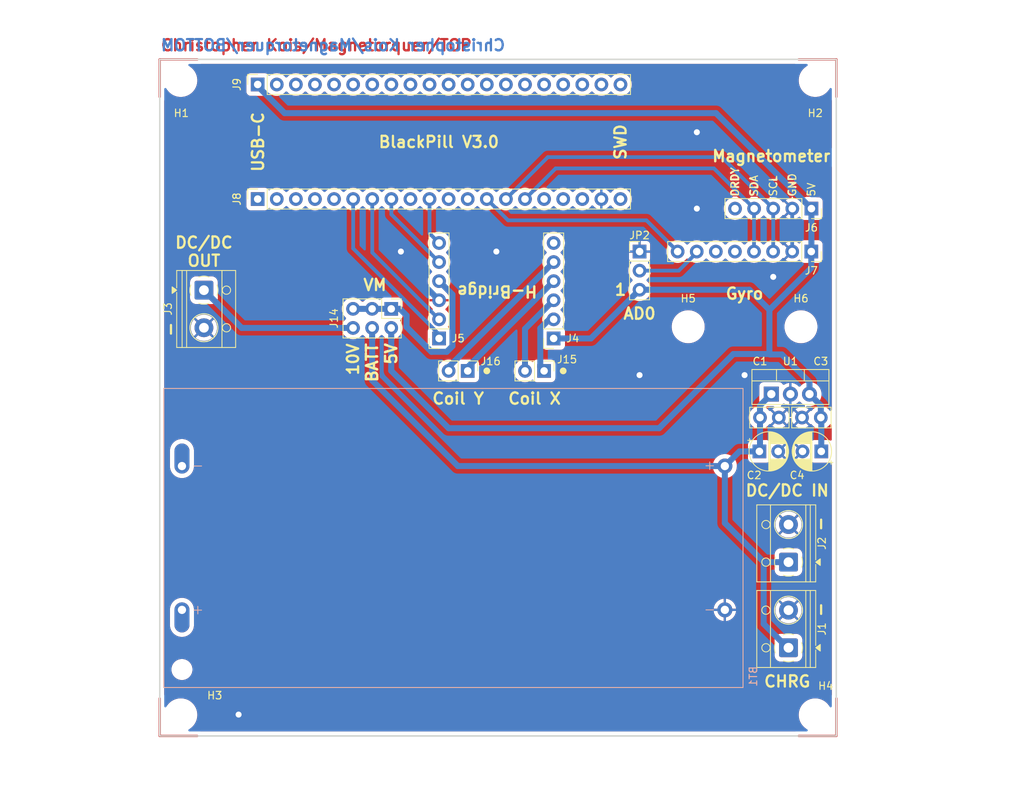
<source format=kicad_pcb>
(kicad_pcb (version 20241229) (generator "pcbnew") (generator_version "9.0")
  (layers (0 "F.Cu" signal) (2 "B.Cu" signal) (13 "F.Paste" user) (15 "B.Paste" user) (5 "F.SilkS" user "F.Silkscreen") (7 "B.SilkS" user "B.Silkscreen") (1 "F.Mask" user) (3 "B.Mask" user) (25 "Edge.Cuts" user))
  (net 0 "")
  (net 2 "GND")
  (net 3 "+BATT")
  (net 4 "+5V")
  (net 5 "+10V")
  (net 6 "/H-mostík/OUT4")
  (net 7 "/H-mostík/OUT1")
  (net 8 "/H-mostík/OUT3")
  (net 9 "/H-mostík/ULT")
  (net 10 "/H-mostík/OUT2")
  (net 11 "/BlackPill V3.0/A11")
  (net 12 "/H-mostík/VCC")
  (net 13 "/BlackPill V3.0/A15")
  (net 14 "/BlackPill V3.0/A9")
  (net 15 "/BlackPill V3.0/A10")
  (net 16 "/SCL1")
  (net 17 "/Magnetometer/DRDY")
  (net 18 "/SDA1")
  (net 19 "/Gyroskop/XDA")
  (net 20 "/GY_INT")
  (net 21 "/Gyroskop/AD0")
  (net 22 "/Gyroskop/XCL")
  (net 23 "/BlackPill V3.0/B9")
  (net 24 "/BlackPill V3.0/3V3.0")
  (net 25 "/BlackPill V3.0/B14")
  (net 26 "/BlackPill V3.0/A12")
  (net 27 "/BlackPill V3.0/B15")
  (net 28 "/BlackPill V3.0/B12")
  (net 29 "/BlackPill V3.0/B8")
  (net 30 "/BlackPill V3.0/B13")
  (net 31 "/BlackPill V3.0/C14")
  (net 32 "/BlackPill V3.0/A4")
  (net 33 "/BlackPill V3.0/A1")
  (net 34 "/BlackPill V3.0/A7")
  (net 35 "/BlackPill V3.0/A2")
  (net 36 "/BlackPill V3.0/C13")
  (net 37 "/BlackPill V3.0/A5")
  (net 38 "/BlackPill V3.0/A0")
  (net 39 "/BlackPill V3.0/B2")
  (net 40 "/BlackPill V3.0/R")
  (net 41 "/BlackPill V3.0/A3")
  (net 42 "/BlackPill V3.0/C15")
  (net 43 "/BlackPill V3.0/B1")
  (net 44 "/BlackPill V3.0/VB")
  (net 45 "/BlackPill V3.0/A6")
  (net 46 "/BlackPill V3.0/B0")
  (net 47 "/BlackPill V3.0/3V3.1")
  (net 48 "/BlackPill V3.0/G.1")
  (net 49 "/BlackPill V3.0/B4")
  (net 50 "/BlackPill V3.0/A8")
  (net 51 "/BlackPill V3.0/5V.0")
  (net 52 "/BlackPill V3.0/B3")
  (net 53 "/BlackPill V3.0/B10")
  (footprint "Capacitor_THT:CP_Radial_D5.0mm_P2.50mm" (layer "F.Cu") (at 179.769888 102.148)
    (property "Reference" "C2" (at -0.699888 3.175 180) (layer "F.SilkS"))
    (property "Value" "10u")
    (pad "1" thru_hole rect (at 0 0) (size 1.82 1.82) (drill 1) (layers "*.Cu" "*.Mask") (net 3 "+BATT"))
    (pad "2" thru_hole circle (at 2.5 0) (size 1.82 1.82) (drill 1) (layers "*.Cu" "*.Mask") (net 2 "GND"))
  )
  (footprint "Connector_PinSocket_2.54mm:PinSocket_1x20_P2.54mm_Vertical" (layer "F.Cu") (at 113.03 68.58 90)
    (property "Reference" "J8" (at 0 -2.77 90) (layer "F.SilkS"))
    (property "Value" "Conn_01x20_Socket")
    (pad "1" thru_hole rect (at 0 0 90) (size 1.82 1.82) (drill 1) (layers "*.Cu" "*.Mask") (net 28 "/BlackPill V3.0/B12"))
    (pad "2" thru_hole oval (at 0 2.54 90) (size 1.82 1.82) (drill 1) (layers "*.Cu" "*.Mask") (net 30 "/BlackPill V3.0/B13"))
    (pad "3" thru_hole oval (at 0 5.08 90) (size 1.82 1.82) (drill 1) (layers "*.Cu" "*.Mask") (net 25 "/BlackPill V3.0/B14"))
    (pad "4" thru_hole oval (at 0 7.62 90) (size 1.82 1.82) (drill 1) (layers "*.Cu" "*.Mask") (net 27 "/BlackPill V3.0/B15"))
    (pad "5" thru_hole oval (at 0 10.16 90) (size 1.82 1.82) (drill 1) (layers "*.Cu" "*.Mask") (net 50 "/BlackPill V3.0/A8"))
    (pad "6" thru_hole oval (at 0 12.7 90) (size 1.82 1.82) (drill 1) (layers "*.Cu" "*.Mask") (net 14 "/BlackPill V3.0/A9"))
    (pad "7" thru_hole oval (at 0 15.24 90) (size 1.82 1.82) (drill 1) (layers "*.Cu" "*.Mask") (net 15 "/BlackPill V3.0/A10"))
    (pad "8" thru_hole oval (at 0 17.78 90) (size 1.82 1.82) (drill 1) (layers "*.Cu" "*.Mask") (net 11 "/BlackPill V3.0/A11"))
    (pad "9" thru_hole oval (at 0 20.32 90) (size 1.82 1.82) (drill 1) (layers "*.Cu" "*.Mask") (net 26 "/BlackPill V3.0/A12"))
    (pad "10" thru_hole oval (at 0 22.86 90) (size 1.82 1.82) (drill 1) (layers "*.Cu" "*.Mask") (net 13 "/BlackPill V3.0/A15"))
    (pad "11" thru_hole oval (at 0 25.4 90) (size 1.82 1.82) (drill 1) (layers "*.Cu" "*.Mask") (net 52 "/BlackPill V3.0/B3"))
    (pad "12" thru_hole oval (at 0 27.94 90) (size 1.82 1.82) (drill 1) (layers "*.Cu" "*.Mask") (net 49 "/BlackPill V3.0/B4"))
    (pad "13" thru_hole oval (at 0 30.48 90) (size 1.82 1.82) (drill 1) (layers "*.Cu" "*.Mask") (net 20 "/GY_INT"))
    (pad "14" thru_hole oval (at 0 33.02 90) (size 1.82 1.82) (drill 1) (layers "*.Cu" "*.Mask") (net 16 "/SCL1"))
    (pad "15" thru_hole oval (at 0 35.56 90) (size 1.82 1.82) (drill 1) (layers "*.Cu" "*.Mask") (net 18 "/SDA1"))
    (pad "16" thru_hole oval (at 0 38.1 90) (size 1.82 1.82) (drill 1) (layers "*.Cu" "*.Mask") (net 29 "/BlackPill V3.0/B8"))
    (pad "17" thru_hole oval (at 0 40.64 90) (size 1.82 1.82) (drill 1) (layers "*.Cu" "*.Mask") (net 23 "/BlackPill V3.0/B9"))
    (pad "18" thru_hole oval (at 0 43.18 90) (size 1.82 1.82) (drill 1) (layers "*.Cu" "*.Mask") (net 51 "/BlackPill V3.0/5V.0"))
    (pad "19" thru_hole oval (at 0 45.72 90) (size 1.82 1.82) (drill 1) (layers "*.Cu" "*.Mask") (net 2 "GND"))
    (pad "20" thru_hole oval (at 0 48.26 90) (size 1.82 1.82) (drill 1) (layers "*.Cu" "*.Mask") (net 24 "/BlackPill V3.0/3V3.0"))
  )
  (footprint "Connector_PinSocket_2.54mm:PinSocket_1x20_P2.54mm_Vertical" (layer "F.Cu") (at 113.03 53.34 90)
    (property "Reference" "J9" (at 0 -2.77 90) (layer "F.SilkS"))
    (property "Value" "Conn_01x20_Socket")
    (pad "1" thru_hole rect (at 0 0 90) (size 1.82 1.82) (drill 1) (layers "*.Cu" "*.Mask") (net 4 "+5V"))
    (pad "2" thru_hole oval (at 0 2.54 90) (size 1.82 1.82) (drill 1) (layers "*.Cu" "*.Mask") (net 48 "/BlackPill V3.0/G.1"))
    (pad "3" thru_hole oval (at 0 5.08 90) (size 1.82 1.82) (drill 1) (layers "*.Cu" "*.Mask") (net 47 "/BlackPill V3.0/3V3.1"))
    (pad "4" thru_hole oval (at 0 7.62 90) (size 1.82 1.82) (drill 1) (layers "*.Cu" "*.Mask") (net 53 "/BlackPill V3.0/B10"))
    (pad "5" thru_hole oval (at 0 10.16 90) (size 1.82 1.82) (drill 1) (layers "*.Cu" "*.Mask") (net 39 "/BlackPill V3.0/B2"))
    (pad "6" thru_hole oval (at 0 12.7 90) (size 1.82 1.82) (drill 1) (layers "*.Cu" "*.Mask") (net 43 "/BlackPill V3.0/B1"))
    (pad "7" thru_hole oval (at 0 15.24 90) (size 1.82 1.82) (drill 1) (layers "*.Cu" "*.Mask") (net 46 "/BlackPill V3.0/B0"))
    (pad "8" thru_hole oval (at 0 17.78 90) (size 1.82 1.82) (drill 1) (layers "*.Cu" "*.Mask") (net 34 "/BlackPill V3.0/A7"))
    (pad "9" thru_hole oval (at 0 20.32 90) (size 1.82 1.82) (drill 1) (layers "*.Cu" "*.Mask") (net 45 "/BlackPill V3.0/A6"))
    (pad "10" thru_hole oval (at 0 22.86 90) (size 1.82 1.82) (drill 1) (layers "*.Cu" "*.Mask") (net 37 "/BlackPill V3.0/A5"))
    (pad "11" thru_hole oval (at 0 25.4 90) (size 1.82 1.82) (drill 1) (layers "*.Cu" "*.Mask") (net 32 "/BlackPill V3.0/A4"))
    (pad "12" thru_hole oval (at 0 27.94 90) (size 1.82 1.82) (drill 1) (layers "*.Cu" "*.Mask") (net 41 "/BlackPill V3.0/A3"))
    (pad "13" thru_hole oval (at 0 30.48 90) (size 1.82 1.82) (drill 1) (layers "*.Cu" "*.Mask") (net 35 "/BlackPill V3.0/A2"))
    (pad "14" thru_hole oval (at 0 33.02 90) (size 1.82 1.82) (drill 1) (layers "*.Cu" "*.Mask") (net 33 "/BlackPill V3.0/A1"))
    (pad "15" thru_hole oval (at 0 35.56 90) (size 1.82 1.82) (drill 1) (layers "*.Cu" "*.Mask") (net 38 "/BlackPill V3.0/A0"))
    (pad "16" thru_hole oval (at 0 38.1 90) (size 1.82 1.82) (drill 1) (layers "*.Cu" "*.Mask") (net 40 "/BlackPill V3.0/R"))
    (pad "17" thru_hole oval (at 0 40.64 90) (size 1.82 1.82) (drill 1) (layers "*.Cu" "*.Mask") (net 42 "/BlackPill V3.0/C15"))
    (pad "18" thru_hole oval (at 0 43.18 90) (size 1.82 1.82) (drill 1) (layers "*.Cu" "*.Mask") (net 31 "/BlackPill V3.0/C14"))
    (pad "19" thru_hole oval (at 0 45.72 90) (size 1.82 1.82) (drill 1) (layers "*.Cu" "*.Mask") (net 36 "/BlackPill V3.0/C13"))
    (pad "20" thru_hole oval (at 0 48.26 90) (size 1.82 1.82) (drill 1) (layers "*.Cu" "*.Mask") (net 44 "/BlackPill V3.0/VB"))
  )
  (footprint "Connector_PinHeader_2.54mm:PinHeader_2x03_P2.54mm_Vertical" (layer "F.Cu") (at 130.795 83.184999 -90)
    (property "Reference" "J14" (at 1.27 7.616 90) (layer "F.SilkS"))
    (property "Value" "VM_Select")
    (pad "1" thru_hole rect (at 0 0 270) (size 1.82 1.82) (drill 1) (layers "*.Cu" "*.Mask") (net 12 "/H-mostík/VCC"))
    (pad "2" thru_hole oval (at 2.54 0 270) (size 1.82 1.82) (drill 1) (layers "*.Cu" "*.Mask") (net 4 "+5V"))
    (pad "3" thru_hole oval (at 0 2.54 270) (size 1.82 1.82) (drill 1) (layers "*.Cu" "*.Mask") (net 12 "/H-mostík/VCC"))
    (pad "4" thru_hole oval (at 2.54 2.54 270) (size 1.82 1.82) (drill 1) (layers "*.Cu" "*.Mask") (net 3 "+BATT"))
    (pad "5" thru_hole oval (at 0 5.08 270) (size 1.82 1.82) (drill 1) (layers "*.Cu" "*.Mask") (net 12 "/H-mostík/VCC"))
    (pad "6" thru_hole oval (at 2.54 5.08 270) (size 1.82 1.82) (drill 1) (layers "*.Cu" "*.Mask") (net 5 "+10V"))
  )
  (footprint "Connector_PinSocket_2.54mm:PinSocket_1x06_P2.54mm_Vertical" (layer "F.Cu") (at 137.16 87.122 180)
    (property "Reference" "J5" (at -2.54 0 0) (layer "F.SilkS"))
    (property "Value" "~")
    (pad "1" thru_hole rect (at 0 0 180) (size 1.82 1.82) (drill 1) (layers "*.Cu" "*.Mask") (net 14 "/BlackPill V3.0/A9"))
    (pad "2" thru_hole oval (at 0 2.54 180) (size 1.82 1.82) (drill 1) (layers "*.Cu" "*.Mask") (net 15 "/BlackPill V3.0/A10"))
    (pad "3" thru_hole oval (at 0 5.08 180) (size 1.82 1.82) (drill 1) (layers "*.Cu" "*.Mask") (net 2 "GND"))
    (pad "4" thru_hole oval (at 0 7.62 180) (size 1.82 1.82) (drill 1) (layers "*.Cu" "*.Mask") (net 12 "/H-mostík/VCC"))
    (pad "5" thru_hole oval (at 0 10.16 180) (size 1.82 1.82) (drill 1) (layers "*.Cu" "*.Mask") (net 11 "/BlackPill V3.0/A11"))
    (pad "6" thru_hole oval (at 0 12.7 180) (size 1.82 1.82) (drill 1) (layers "*.Cu" "*.Mask") (net 13 "/BlackPill V3.0/A15"))
  )
  (footprint "Connector_PinSocket_2.54mm:PinSocket_1x06_P2.54mm_Vertical" (layer "F.Cu") (at 152.4 87.122 180)
    (property "Reference" "J4" (at -2.54 0 0) (layer "F.SilkS"))
    (property "Value" "~")
    (pad "1" thru_hole rect (at 0 0 180) (size 1.82 1.82) (drill 1) (layers "*.Cu" "*.Mask") (net 4 "+5V"))
    (pad "2" thru_hole oval (at 0 2.54 180) (size 1.82 1.82) (drill 1) (layers "*.Cu" "*.Mask") (net 7 "/H-mostík/OUT1"))
    (pad "3" thru_hole oval (at 0 5.08 180) (size 1.82 1.82) (drill 1) (layers "*.Cu" "*.Mask") (net 10 "/H-mostík/OUT2"))
    (pad "4" thru_hole oval (at 0 7.62 180) (size 1.82 1.82) (drill 1) (layers "*.Cu" "*.Mask") (net 8 "/H-mostík/OUT3"))
    (pad "5" thru_hole oval (at 0 10.16 180) (size 1.82 1.82) (drill 1) (layers "*.Cu" "*.Mask") (net 6 "/H-mostík/OUT4"))
    (pad "6" thru_hole oval (at 0 12.7 180) (size 1.82 1.82) (drill 1) (layers "*.Cu" "*.Mask") (net 9 "/H-mostík/ULT"))
  )
  (footprint "Connector_PinHeader_2.54mm:PinHeader_1x03_P2.54mm_Vertical" (layer "F.Cu") (at 163.83 75.565)
    (property "Reference" "JP2" (at 0 -2.159 180) (layer "F.SilkS"))
    (property "Value" "Jumper_3_Open")
    (pad "1" thru_hole rect (at 0 0) (size 1.82 1.82) (drill 1) (layers "*.Cu" "*.Mask") (net 2 "GND"))
    (pad "2" thru_hole circle (at 0 2.54) (size 1.82 1.82) (drill 1) (layers "*.Cu" "*.Mask") (net 21 "/Gyroskop/AD0"))
    (pad "3" thru_hole circle (at 0 5.08) (size 1.82 1.82) (drill 1) (layers "*.Cu" "*.Mask") (net 4 "+5V"))
  )
  (footprint "TerminalBlock_RND:TerminalBlock_RND_205-00012_1x02_P5.00mm_Horizontal" (layer "F.Cu") (at 105.8775 80.7 -90)
    (property "Reference" "J3" (at 2.5 4.787 90) (layer "F.SilkS"))
    (property "Value" "Step-up output")
    (pad "1" thru_hole roundrect (at 0 0 270) (size 2.5 2.5) (drill 1.3) (layers "*.Cu" "*.Mask") (roundrect_rratio 0.1) (net 5 "+10V"))
    (pad "2" thru_hole circle (at 5 0 270) (size 2.5 2.5) (drill 1.3) (layers "*.Cu" "*.Mask") (net 2 "GND"))
  )
  (footprint "Connector_PinHeader_2.54mm:PinHeader_1x02_P2.54mm_Vertical" (layer "F.Cu") (at 151.13 91.44 -90)
    (property "Reference" "J15" (at -1.524 -3.048 180) (layer "F.SilkS"))
    (property "Value" "Conn_01x02_Pin")
    (pad "1" thru_hole rect (at 0 0 270) (size 1.82 1.82) (drill 1) (layers "*.Cu" "*.Mask") (net 7 "/H-mostík/OUT1"))
    (pad "2" thru_hole oval (at 0 2.54 270) (size 1.82 1.82) (drill 1) (layers "*.Cu" "*.Mask") (net 10 "/H-mostík/OUT2"))
  )
  (footprint "MountingHole:MountingHole_3.2mm_M3_ISO14580" (layer "F.Cu") (at 187.2 52.8)
    (property "Reference" "H2" (at 0 4.35 0) (layer "F.SilkS"))
    (property "Value" "MountingHole")
    (pad "" np_thru_hole circle (at 0 0) (size 3.2 3.2) (drill 3.2) (layers "*.Cu" "*.Mask"))
  )
  (footprint "Connector_PinHeader_2.54mm:PinHeader_1x02_P2.54mm_Vertical" (layer "F.Cu") (at 140.97 91.44 -90)
    (property "Reference" "J16" (at -1.27 -3.048 0) (layer "F.SilkS"))
    (property "Value" "Conn_01x02_Pin")
    (pad "1" thru_hole rect (at 0 0 270) (size 1.82 1.82) (drill 1) (layers "*.Cu" "*.Mask") (net 8 "/H-mostík/OUT3"))
    (pad "2" thru_hole oval (at 0 2.54 270) (size 1.82 1.82) (drill 1) (layers "*.Cu" "*.Mask") (net 6 "/H-mostík/OUT4"))
  )
  (footprint "MountingHole:MountingHole_3.2mm_M3_ISO14580" (layer "F.Cu") (at 170.3 85.565)
    (property "Reference" "H5" (at 0 -3.75 0) (layer "F.SilkS"))
    (property "Value" "MountingHole")
    (pad "" np_thru_hole circle (at 0 0) (size 3.2 3.2) (drill 3.2) (layers "*.Cu" "*.Mask"))
  )
  (footprint "Capacitor_THT:CP_Radial_D5.0mm_P2.50mm" (layer "F.Cu") (at 188.005114 102.148 180)
    (property "Reference" "C4" (at 3.220114 -3.175 180) (layer "F.SilkS"))
    (property "Value" "10u")
    (pad "1" thru_hole rect (at 0 0 180) (size 1.82 1.82) (drill 1) (layers "*.Cu" "*.Mask") (net 4 "+5V"))
    (pad "2" thru_hole circle (at 2.5 0 180) (size 1.82 1.82) (drill 1) (layers "*.Cu" "*.Mask") (net 2 "GND"))
  )
  (footprint "TerminalBlock_RND:TerminalBlock_RND_205-00012_1x02_P5.00mm_Horizontal" (layer "F.Cu") (at 183.642 116.88 90)
    (property "Reference" "J2" (at 2.5 4.445 90) (layer "F.SilkS"))
    (property "Value" "Step-up input")
    (pad "1" thru_hole roundrect (at 0 0 90) (size 2.5 2.5) (drill 1.3) (layers "*.Cu" "*.Mask") (roundrect_rratio 0.1) (net 3 "+BATT"))
    (pad "2" thru_hole circle (at 5 0 90) (size 2.5 2.5) (drill 1.3) (layers "*.Cu" "*.Mask") (net 2 "GND"))
  )
  (footprint "Capacitor_THT:C_Disc_D5.0mm_W2.5mm_P2.50mm" (layer "F.Cu") (at 179.852 97.647)
    (property "Reference" "C1" (at 0 -7.477 0) (layer "F.SilkS"))
    (property "Value" "100n")
    (pad "1" thru_hole circle (at 0 0) (size 1.82 1.82) (drill 1) (layers "*.Cu" "*.Mask") (net 3 "+BATT"))
    (pad "2" thru_hole circle (at 2.5 0) (size 1.82 1.82) (drill 1) (layers "*.Cu" "*.Mask") (net 2 "GND"))
  )
  (footprint "Connector_PinSocket_2.54mm:PinSocket_1x08_P2.54mm_Vertical" (layer "F.Cu") (at 186.675 75.565 -90)
    (property "Reference" "J7" (at 2.54 0 180) (layer "F.SilkS"))
    (property "Value" "Conn_01x08_Socket")
    (pad "1" thru_hole rect (at 0 0 270) (size 1.82 1.82) (drill 1) (layers "*.Cu" "*.Mask") (net 4 "+5V"))
    (pad "2" thru_hole circle (at 0 2.54 270) (size 1.82 1.82) (drill 1) (layers "*.Cu" "*.Mask") (net 2 "GND"))
    (pad "3" thru_hole circle (at 0 5.08 270) (size 1.82 1.82) (drill 1) (layers "*.Cu" "*.Mask") (net 16 "/SCL1"))
    (pad "4" thru_hole circle (at 0 7.62 270) (size 1.82 1.82) (drill 1) (layers "*.Cu" "*.Mask") (net 18 "/SDA1"))
    (pad "5" thru_hole circle (at 0 10.16 270) (size 1.82 1.82) (drill 1) (layers "*.Cu" "*.Mask") (net 19 "/Gyroskop/XDA"))
    (pad "6" thru_hole circle (at 0 12.7 270) (size 1.82 1.82) (drill 1) (layers "*.Cu" "*.Mask") (net 22 "/Gyroskop/XCL"))
    (pad "7" thru_hole circle (at 0 15.24 270) (size 1.82 1.82) (drill 1) (layers "*.Cu" "*.Mask") (net 21 "/Gyroskop/AD0"))
    (pad "8" thru_hole circle (at 0 17.78 270) (size 1.82 1.82) (drill 1) (layers "*.Cu" "*.Mask") (net 20 "/GY_INT"))
  )
  (footprint "TerminalBlock_RND:TerminalBlock_RND_205-00012_1x02_P5.00mm_Horizontal" (layer "F.Cu") (at 183.642 128.27 90)
    (property "Reference" "J1" (at 2.5 4.445 90) (layer "F.SilkS"))
    (property "Value" "Nabíjací modul")
    (pad "1" thru_hole roundrect (at 0 0 90) (size 2.5 2.5) (drill 1.3) (layers "*.Cu" "*.Mask") (roundrect_rratio 0.1) (net 3 "+BATT"))
    (pad "2" thru_hole circle (at 5 0 90) (size 2.5 2.5) (drill 1.3) (layers "*.Cu" "*.Mask") (net 2 "GND"))
  )
  (footprint "Capacitor_THT:C_Disc_D5.0mm_W2.5mm_P2.50mm" (layer "F.Cu") (at 187.94 97.647 180)
    (property "Reference" "C3" (at 0 7.477 180) (layer "F.SilkS"))
    (property "Value" "100n")
    (pad "1" thru_hole circle (at 0 0 180) (size 1.82 1.82) (drill 1) (layers "*.Cu" "*.Mask") (net 4 "+5V"))
    (pad "2" thru_hole circle (at 2.5 0 180) (size 1.82 1.82) (drill 1) (layers "*.Cu" "*.Mask") (net 2 "GND"))
  )
  (footprint "MountingHole:MountingHole_3.2mm_M3_ISO14580" (layer "F.Cu") (at 185.3 85.565)
    (property "Reference" "H6" (at 0 -3.75 0) (layer "F.SilkS"))
    (property "Value" "MountingHole")
    (pad "" np_thru_hole circle (at 0 0) (size 3.2 3.2) (drill 3.2) (layers "*.Cu" "*.Mask"))
  )
  (footprint "Package_TO_SOT_THT:TO-220-3_Vertical" (layer "F.Cu") (at 181.356 94.528)
    (property "Reference" "U1" (at 2.54 -4.358 180) (layer "F.SilkS"))
    (property "Value" "LM7805_TO220")
    (pad "1" thru_hole rect (at 0 0) (size 2 2) (drill 1.1) (layers "*.Cu" "*.Mask") (net 3 "+BATT"))
    (pad "2" thru_hole oval (at 2.54 0) (size 2 2) (drill 1.1) (layers "*.Cu" "*.Mask") (net 2 "GND"))
    (pad "3" thru_hole oval (at 5.08 0) (size 2 2) (drill 1.1) (layers "*.Cu" "*.Mask") (net 4 "+5V"))
  )
  (footprint "MountingHole:MountingHole_3.2mm_M3_ISO14580" (layer "F.Cu") (at 102.8 52.8)
    (property "Reference" "H1" (at 0.07 4.35 0) (layer "F.SilkS"))
    (property "Value" "MountingHole")
    (pad "" np_thru_hole circle (at 0 0) (size 3.2 3.2) (drill 3.2) (layers "*.Cu" "*.Mask"))
  )
  (footprint "MountingHole:MountingHole_3.2mm_M3_ISO14580" (layer "F.Cu") (at 102.8 137.2)
    (property "Reference" "H3" (at 4.515 -2.58 0) (layer "F.SilkS"))
    (property "Value" "MountingHole")
    (pad "" np_thru_hole circle (at 0 0) (size 3.2 3.2) (drill 3.2) (layers "*.Cu" "*.Mask"))
  )
  (footprint "MountingHole:MountingHole_3.2mm_M3_ISO14580" (layer "F.Cu") (at 187.2 137.2)
    (property "Reference" "H4" (at 1.395 -3.85 0) (layer "F.SilkS"))
    (property "Value" "MountingHole")
    (pad "" np_thru_hole circle (at 0 0) (size 3.2 3.2) (drill 3.2) (layers "*.Cu" "*.Mask"))
  )
  (footprint "Connector_PinSocket_2.54mm:PinSocket_1x05_P2.54mm_Vertical" (layer "F.Cu") (at 186.69 69.85 -90)
    (property "Reference" "J6" (at 2.54 0 180) (layer "F.SilkS"))
    (property "Value" "Conn_01x05_Socket")
    (pad "1" thru_hole rect (at 0 0 270) (size 1.82 1.82) (drill 1) (layers "*.Cu" "*.Mask") (net 4 "+5V"))
    (pad "2" thru_hole circle (at 0 2.54 270) (size 1.82 1.82) (drill 1) (layers "*.Cu" "*.Mask") (net 2 "GND"))
    (pad "3" thru_hole circle (at 0 5.08 270) (size 1.82 1.82) (drill 1) (layers "*.Cu" "*.Mask") (net 16 "/SCL1"))
    (pad "4" thru_hole circle (at 0 7.62 270) (size 1.82 1.82) (drill 1) (layers "*.Cu" "*.Mask") (net 18 "/SDA1"))
    (pad "5" thru_hole circle (at 0 10.16 270) (size 1.82 1.82) (drill 1) (layers "*.Cu" "*.Mask") (net 17 "/Magnetometer/DRDY"))
  )
  (footprint "NDE_lib:BAT_1049" (layer "B.Cu") (at 139.065 113.665 180)
    (property "Reference" "BT1" (at -39.89 -18.415 90) (layer "B.SilkS") (effects (justify mirror)))
    (property "Value" "1049")
    (pad "" np_thru_hole circle (at 36.11 -17.5 180) (size 1.6 1.6) (drill 1.6) (layers "*.Cu" "*.Mask"))
    (pad "N1" thru_hole oval (at 36.11 9.565 180) (size 2 4) (drill 1.1 (offset 0 1)) (layers "*.Cu" "*.Mask"))
    (pad "N2" thru_hole oval (at -36.11 -9.565 180) (size 2 2) (drill 1.1) (layers "*.Cu" "*.Mask") (net 2 "GND"))
    (pad "P1" thru_hole oval (at -36.11 9.565 180) (size 2 2) (drill 1.1) (layers "*.Cu" "*.Mask") (net 3 "+BATT"))
    (pad "P2" thru_hole oval (at 36.11 -9.565 180) (size 2 4) (drill 1.1 (offset 0 -1)) (layers "*.Cu" "*.Mask"))
  )
  (gr_line (start 185 50) (end 190 50) (stroke (width 0.3)) (layer "F.Cu"))
  (gr_circle (center 143.51 91.44) (end 143.11 91.44) (stroke (width 0.1)) (fill yes) (layer "F.Cu"))
  (gr_line (start 190 135) (end 190 140) (stroke (width 0.3)) (layer "F.Cu"))
  (gr_line (start 105 140) (end 100 140) (stroke (width 0.3)) (layer "F.Cu"))
  (gr_line (start 100 55) (end 100 50) (stroke (width 0.3)) (layer "F.Cu"))
  (gr_circle (center 153.67 91.44) (end 153.27 91.44) (stroke (width 0.1)) (fill yes) (layer "F.Cu"))
  (gr_line (start 100 50) (end 105 50) (stroke (width 0.3)) (layer "F.Cu"))
  (gr_line (start 190 140) (end 185 140) (stroke (width 0.3)) (layer "F.Cu"))
  (gr_line (start 100 140) (end 100 135) (stroke (width 0.3)) (layer "F.Cu"))
  (gr_line (start 190 50) (end 190 55) (stroke (width 0.3)) (layer "F.Cu"))
  (gr_circle (center 143.51 91.44) (end 143.11 91.44) (stroke (width 0.1)) (fill yes) (layer "F.SilkS"))
  (gr_circle (center 153.67 91.44) (end 153.27 91.44) (stroke (width 0.1)) (fill yes) (layer "F.SilkS"))
  (gr_rect (start 100 50) (end 190 140) (stroke (width 0.2)) (fill no) (layer "Edge.Cuts"))
  (gr_text "-" (at 188.087 111.8 270) (layer "F.Cu" knockout) (effects (font (size 1.5 1.5) (thickness 0.3) (bold yes))))
  (gr_text "1" (at 161.29 80.645 0) (layer "F.Cu" knockout) (effects (font (size 1.5 1.5) (thickness 0.3) (bold yes))))
  (gr_text "CHRG" (at 183.4745 132.755 0) (layer "F.Cu" knockout) (effects (font (size 1.5 1.5) (thickness 0.3) (bold yes))))
  (gr_text "Christopher Kois/Magnetorquer/TOP" (at 100 49 0) (layer "F.Cu") (effects (font (size 1.5 1.5) (thickness 0.3) (bold yes)) (justify left bottom)))
  (gr_text "Magnetometer" (at 181.356 62.865 0) (layer "F.Cu" knockout) (effects (font (size 1.5 1.5) (thickness 0.3) (bold yes))))
  (gr_text "10V" (at 125.706409 87.582168 90) (layer "F.Cu" knockout) (effects (font (size 1.5 1.5) (thickness 0.3) (bold yes)) (justify right)))
  (gr_text "VM" (at 128.62741 80.01 0) (layer "F.Cu" knockout) (effects (font (size 1.5 1.5) (thickness 0.3) (bold yes))))
  (gr_text "SCL" (at 181.61 66.833809 90) (layer "F.Cu" knockout) (effects (font (size 1 1) (thickness 0.25) (bold yes))))
  (gr_text "H-Bridge" (at 144.893073 80.870107 180) (layer "F.Cu" knockout) (effects (font (size 1.5 1.5) (thickness 0.3) (bold yes))))
  (gr_text "BATT" (at 128.244846 87.582168 90) (layer "F.Cu" knockout) (effects (font (size 1.5 1.5) (thickness 0.3) (bold yes)) (justify right)))
  (gr_text "AD0" (at 163.816906 83.808986 0) (layer "F.Cu" knockout) (effects (font (size 1.5 1.5) (thickness 0.3) (bold yes))))
  (gr_text "DC/DC\nOUT" (at 105.8775 75.58 0) (layer "F.Cu" knockout) (effects (font (size 1.5 1.5) (thickness 0.3) (bold yes))))
  (gr_text "DC/DC IN" (at 183.4745 107.355 0) (layer "F.Cu" knockout) (effects (font (size 1.5 1.5) (thickness 0.3) (bold yes))))
  (gr_text "5V" (at 186.69 67.31 90) (layer "F.Cu" knockout) (effects (font (size 1 1) (thickness 0.25) (bold yes))))
  (gr_text "Coil Y" (at 139.7 95.123 0) (layer "F.Cu" knockout) (effects (font (size 1.5 1.5) (thickness 0.3) (bold yes))))
  (gr_text "Coil X" (at 149.86 95.123 0) (layer "F.Cu" knockout) (effects (font (size 1.5 1.5) (thickness 0.3) (bold yes))))
  (gr_text "Gyro" (at 177.8 81.165 0) (layer "F.Cu" knockout) (effects (font (size 1.5 1.5) (thickness 0.3) (bold yes))))
  (gr_text "SDA" (at 179.07 66.81 90) (layer "F.Cu" knockout) (effects (font (size 1 1) (thickness 0.25) (bold yes))))
  (gr_text "-" (at 188.087 123.19 270) (layer "F.Cu" knockout) (effects (font (size 1.5 1.5) (thickness 0.3) (bold yes))))
  (gr_text "5V" (at 130.786409 87.582168 90) (layer "F.Cu" knockout) (effects (font (size 1.5 1.5) (thickness 0.3) (bold yes)) (justify right)))
  (gr_text "-" (at 101.6 85.905999 270) (layer "F.Cu" knockout) (effects (font (size 1.5 1.5) (thickness 0.3) (bold yes))))
  (gr_text "DRDY" (at 176.53 66.28619 90) (layer "F.Cu" knockout) (effects (font (size 1 1) (thickness 0.25) (bold yes))))
  (gr_text "GND" (at 184.15 66.690952 90) (layer "F.Cu" knockout) (effects (font (size 1 1) (thickness 0.25) (bold yes))))
  (gr_text "SWD" (at 161.29 60.985001 90) (layer "F.Cu" knockout) (effects (font (size 1.5 1.5) (thickness 0.3) (bold yes))))
  (gr_text "USB-C" (at 113.072382 60.985001 90) (layer "F.Cu" knockout) (effects (font (size 1.5 1.5) (thickness 0.3) (bold yes))))
  (gr_text "Magnetorquer Module\nControl Board" (at 145 133 0) (layer "F.Cu" knockout) (effects (font (size 4 4) (thickness 0.8) (bold yes))))
  (gr_text "BlackPill V3.0" (at 137.13 60.985 0) (layer "F.Cu" knockout) (effects (font (size 1.5 1.5) (thickness 0.3) (bold yes))))
  (gr_text "Christopher Kois/Magnetorquer/BOTTOM" (at 100 49 0) (layer "B.Cu") (effects (font (size 1.5 1.5) (thickness 0.3) (bold yes)) (justify right bottom mirror)))
  (gr_text "-" (at 188.087 111.8 270) (layer "F.SilkS") (effects (font (size 1.5 1.5) (thickness 0.3) (bold yes))))
  (gr_text "Coil Y" (at 139.7 95.123 0) (layer "F.SilkS") (effects (font (size 1.5 1.5) (thickness 0.3) (bold yes))))
  (gr_text "SWD" (at 161.29 60.985001 90) (layer "F.SilkS") (effects (font (size 1.5 1.5) (thickness 0.3) (bold yes))))
  (gr_text "BlackPill V3.0" (at 137.13 60.985 0) (layer "F.SilkS") (effects (font (size 1.5 1.5) (thickness 0.3) (bold yes))))
  (gr_text "USB-C" (at 113.072382 60.985001 90) (layer "F.SilkS") (effects (font (size 1.5 1.5) (thickness 0.3) (bold yes))))
  (gr_text "Gyro" (at 177.799999 81.165 0) (layer "F.SilkS") (effects (font (size 1.5 1.5) (thickness 0.3) (bold yes))))
  (gr_text "VM" (at 128.62741 80.01 0) (layer "F.SilkS") (effects (font (size 1.5 1.5) (thickness 0.3) (bold yes))))
  (gr_text "-" (at 101.6 85.905999 270) (layer "F.SilkS") (effects (font (size 1.5 1.5) (thickness 0.3) (bold yes))))
  (gr_text "SCL" (at 181.61 66.833809 90) (layer "F.SilkS") (effects (font (size 1 1))))
  (gr_text "H-Bridge" (at 144.893073 80.870107 180) (layer "F.SilkS") (effects (font (size 1.5 1.5) (thickness 0.3) (bold yes))))
  (gr_text "1" (at 161.29 80.645 0) (layer "F.SilkS") (effects (font (size 1.5 1.5) (thickness 0.3) (bold yes))))
  (gr_text "AD0" (at 163.83 83.82 0) (layer "F.SilkS") (effects (font (size 1.5 1.5) (thickness 0.3) (bold yes))))
  (gr_text "GND" (at 184.15 66.690952 90) (layer "F.SilkS") (effects (font (size 1 1))))
  (gr_text "BATT" (at 128.24641 87.63 90) (layer "F.SilkS") (effects (font (size 1.5 1.5) (thickness 0.3) (bold yes)) (justify right)))
  (gr_text "DRDY" (at 176.53 66.28619 90) (layer "F.SilkS") (effects (font (size 1 1))))
  (gr_text "Magnetometer" (at 181.356 62.865 0) (layer "F.SilkS") (effects (font (size 1.5 1.5) (thickness 0.3) (bold yes))))
  (gr_text "CHRG" (at 183.4745 132.755 0) (layer "F.SilkS") (effects (font (size 1.5 1.5) (thickness 0.3) (bold yes))))
  (gr_text "10V" (at 125.70641 87.63 90) (layer "F.SilkS") (effects (font (size 1.5 1.5) (thickness 0.3) (bold yes)) (justify right)))
  (gr_text "Coil X" (at 149.86 95.123 0) (layer "F.SilkS") (effects (font (size 1.5 1.5) (thickness 0.3) (bold yes))))
  (gr_text "SDA" (at 179.07 66.81 90) (layer "F.SilkS") (effects (font (size 1 1))))
  (gr_text "DC/DC\nOUT" (at 105.8775 75.58 0) (layer "F.SilkS") (effects (font (size 1.5 1.5) (thickness 0.3) (bold yes))))
  (gr_text "DC/DC IN" (at 183.4745 107.355 0) (layer "F.SilkS") (effects (font (size 1.5 1.5) (thickness 0.3) (bold yes))))
  (gr_text "5V" (at 130.78641 87.63 90) (layer "F.SilkS") (effects (font (size 1.5 1.5) (thickness 0.3) (bold yes)) (justify right)))
  (gr_text "-" (at 188.087 123.19 270) (layer "F.SilkS") (effects (font (size 1.5 1.5) (thickness 0.3) (bold yes))))
  (gr_text "5V" (at 186.69 67.31 90) (layer "F.SilkS") (effects (font (size 1 1))))
  (via (at 144.78 75.565) (size 1.65) (drill 0.8) (layers "F.Cu" "B.Cu") (net 2))
  (via (at 163.83 92) (size 1.65) (drill 0.8) (layers "F.Cu" "B.Cu") (net 2))
  (via (at 181.61 78.932892) (size 1.65) (drill 0.8) (layers "F.Cu" "B.Cu") (net 2))
  (via (at 171.45 69.85) (size 1.65) (drill 0.8) (layers "F.Cu" "B.Cu") (net 2))
  (via (at 132.08 75.565) (size 1.65) (drill 0.8) (layers "F.Cu" "B.Cu") (net 2))
  (via (at 110.49 137.16) (size 1.65) (drill 0.8) (layers "F.Cu" "B.Cu") (net 2))
  (via (at 171.45 59.69) (size 1.65) (drill 0.8) (layers "F.Cu" "B.Cu") (net 2))
  (via (at 177.8 92) (size 1.65) (drill 0.8) (layers "F.Cu" "B.Cu") (net 2))
  (segment (start 132.08 76.962) (end 132.08 75.565) (width 0.8) (layer "B.Cu") (net 2))
  (segment (start 184.135 69.865) (end 184.15 69.85) (width 0.5) (layer "B.Cu") (net 2))
  (segment (start 137.16 82.042) (end 132.08 76.962) (width 0.8) (layer "B.Cu") (net 2))
  (segment (start 184.135 75.565) (end 184.135 69.865) (width 0.5) (layer "B.Cu") (net 2))
  (segment (start 177.127 102.148) (end 175.175 104.1) (width 0.8) (layer "B.Cu") (net 3))
  (segment (start 179.852 97.647) (end 179.852 96.032) (width 0.8) (layer "B.Cu") (net 3))
  (segment (start 128.255 92.695) (end 128.255 85.724999) (width 0.8) (layer "B.Cu") (net 3))
  (segment (start 180.34 125.095) (end 183.515 128.27) (width 0.8) (layer "B.Cu") (net 3))
  (segment (start 183.642 116.88) (end 180.34 116.88) (width 0.8) (layer "B.Cu") (net 3))
  (segment (start 183.515 128.27) (end 183.642 128.27) (width 0.8) (layer "B.Cu") (net 3))
  (segment (start 179.852 97.647) (end 179.852 102.065888) (width 0.8) (layer "B.Cu") (net 3))
  (segment (start 175.175 104.1) (end 175.175 111.675) (width 0.8) (layer "B.Cu") (net 3))
  (segment (start 175.175 111.675) (end 180.34 116.84) (width 0.8) (layer "B.Cu") (net 3))
  (segment (start 139.66 104.1) (end 128.255 92.695) (width 0.8) (layer "B.Cu") (net 3))
  (segment (start 179.852 102.065888) (end 179.769888 102.148) (width 0.8) (layer "B.Cu") (net 3))
  (segment (start 179.852 96.032) (end 181.356 94.528) (width 0.8) (layer "B.Cu") (net 3))
  (segment (start 175.175 104.1) (end 139.66 104.1) (width 0.8) (layer "B.Cu") (net 3))
  (segment (start 179.769888 102.148) (end 177.127 102.148) (width 0.8) (layer "B.Cu") (net 3))
  (segment (start 180.34 116.84) (end 180.34 125.095) (width 0.8) (layer "B.Cu") (net 3))
  (segment (start 181.102 89.194) (end 181.102 83.322394) (width 0.8) (layer "B.Cu") (net 4))
  (segment (start 186.436 92.936) (end 182.75 89.25) (width 0.8) (layer "B.Cu") (net 4))
  (segment (start 166.44 99.06) (end 138.43 99.06) (width 0.8) (layer "B.Cu") (net 4))
  (segment (start 187.94 97.647) (end 187.94 96.032) (width 0.8) (layer "B.Cu") (net 4))
  (segment (start 157.353 87.122) (end 163.83 80.645) (width 0.8) (layer "B.Cu") (net 4))
  (segment (start 186.436 94.528) (end 186.436 92.936) (width 0.8) (layer "B.Cu") (net 4))
  (segment (start 176.306 89.194) (end 166.44 99.06) (width 0.8) (layer "B.Cu") (net 4))
  (segment (start 178.435 80.645) (end 181.107197 83.317197) (width 0.8) (layer "B.Cu") (net 4))
  (segment (start 130.795 91.425) (end 130.795 85.724999) (width 0.8) (layer "B.Cu") (net 4))
  (segment (start 182.75 89.25) (end 181.158 89.25) (width 0.8) (layer "B.Cu") (net 4))
  (segment (start 138.43 99.06) (end 130.795 91.425) (width 0.8) (layer "B.Cu") (net 4))
  (segment (start 187.94 96.032) (end 186.436 94.528) (width 0.8) (layer "B.Cu") (net 4))
  (segment (start 181.102 83.322394) (end 181.107197 83.317197) (width 0.8) (layer "B.Cu") (net 4))
  (segment (start 181.102 89.194) (end 176.306 89.194) (width 0.8) (layer "B.Cu") (net 4))
  (segment (start 116.61 57.15) (end 113.03 53.57) (width 0.8) (layer "B.Cu") (net 4))
  (segment (start 163.83 80.645) (end 178.435 80.645) (width 0.8) (layer "B.Cu") (net 4))
  (segment (start 188.005114 97.712114) (end 187.94 97.647) (width 0.8) (layer "B.Cu") (net 4))
  (segment (start 186.69 75.55) (end 186.675 75.565) (width 0.8) (layer "B.Cu") (net 4))
  (segment (start 188.005114 102.148) (end 188.005114 97.712114) (width 0.8) (layer "B.Cu") (net 4))
  (segment (start 183.652394 80.772) (end 183.652394 80.761606) (width 0.8) (layer "B.Cu") (net 4))
  (segment (start 181.158 89.25) (end 181.102 89.194) (width 0.8) (layer "B.Cu") (net 4))
  (segment (start 152.4 87.122) (end 157.353 87.122) (width 0.8) (layer "B.Cu") (net 4))
  (segment (start 183.652394 80.761606) (end 186.675 77.739) (width 0.8) (layer "B.Cu") (net 4))
  (segment (start 186.69 69.85) (end 173.99 57.15) (width 0.8) (layer "B.Cu") (net 4))
  (segment (start 181.107197 83.317197) (end 183.652394 80.772) (width 0.8) (layer "B.Cu") (net 4))
  (segment (start 173.99 57.15) (end 116.61 57.15) (width 0.8) (layer "B.Cu") (net 4))
  (segment (start 186.675 77.739) (end 186.675 75.565) (width 0.8) (layer "B.Cu") (net 4))
  (segment (start 186.69 69.85) (end 186.69 75.55) (width 0.8) (layer "B.Cu") (net 4))
  (segment (start 105.8775 80.7) (end 110.902499 85.724999) (width 0.8) (layer "B.Cu") (net 5))
  (segment (start 110.902499 85.724999) (end 125.715 85.724999) (width 0.8) (layer "B.Cu") (net 5))
  (segment (start 138.43 91.44) (end 138.43 90.932) (width 0.8) (layer "B.Cu") (net 6))
  (segment (start 138.43 90.932) (end 152.4 76.962) (width 0.8) (layer "B.Cu") (net 6))
  (segment (start 151.818 84.582) (end 152.4 84.582) (width 0.8) (layer "B.Cu") (net 7))
  (segment (start 150.622 90.932) (end 150.622 85.778) (width 0.8) (layer "B.Cu") (net 7))
  (segment (start 151.13 91.44) (end 150.622 90.932) (width 0.8) (layer "B.Cu") (net 7))
  (segment (start 150.622 85.778) (end 151.818 84.582) (width 0.8) (layer "B.Cu") (net 7))
  (segment (start 140.97 90.932) (end 152.4 79.502) (width 0.8) (layer "B.Cu") (net 8))
  (segment (start 140.97 91.44) (end 140.97 90.932) (width 0.8) (layer "B.Cu") (net 8))
  (segment (start 152.4 82.042) (end 148.59 85.852) (width 0.8) (layer "B.Cu") (net 10))
  (segment (start 148.59 85.852) (end 148.59 91.44) (width 0.8) (layer "B.Cu") (net 10))
  (segment (start 130.81 70.612) (end 137.16 76.962) (width 0.5) (layer "B.Cu") (net 11))
  (segment (start 130.81 68.58) (end 130.81 70.612) (width 0.5) (layer "B.Cu") (net 11))
  (segment (start 131.952999 83.184999) (end 132.842 84.074) (width 0.8) (layer "B.Cu") (net 12))
  (segment (start 138.938 88.138) (end 138.938 81.28) (width 0.8) (layer "B.Cu") (net 12))
  (segment (start 136.144 88.9) (end 138.176 88.9) (width 0.8) (layer "B.Cu") (net 12))
  (segment (start 132.842 84.074) (end 132.842 85.598) (width 0.8) (layer "B.Cu") (net 12))
  (segment (start 138.938 81.28) (end 137.16 79.502) (width 0.8) (layer "B.Cu") (net 12))
  (segment (start 138.176 88.9) (end 138.938 88.138) (width 0.8) (layer "B.Cu") (net 12))
  (segment (start 132.842 85.598) (end 136.144 88.9) (width 0.8) (layer "B.Cu") (net 12))
  (segment (start 128.255 83.184999) (end 125.715 83.184999) (width 0.8) (layer "B.Cu") (net 12))
  (segment (start 130.795 83.184999) (end 128.255 83.184999) (width 0.8) (layer "B.Cu") (net 12))
  (segment (start 130.795 83.184999) (end 131.952999 83.184999) (width 0.8) (layer "B.Cu") (net 12))
  (segment (start 135.89 73.152) (end 135.89 68.58) (width 0.5) (layer "B.Cu") (net 13))
  (segment (start 137.16 74.422) (end 135.89 73.152) (width 0.5) (layer "B.Cu") (net 13))
  (segment (start 125.73 75.147456) (end 137.16 86.577456) (width 0.5) (layer "B.Cu") (net 14))
  (segment (start 137.16 86.577456) (end 137.16 87.122) (width 0.5) (layer "B.Cu") (net 14))
  (segment (start 125.73 68.58) (end 125.73 75.147456) (width 0.5) (layer "B.Cu") (net 14))
  (segment (start 128.27 75.692) (end 128.27 68.58) (width 0.5) (layer "B.Cu") (net 15))
  (segment (start 137.16 84.582) (end 128.27 75.692) (width 0.5) (layer "B.Cu") (net 15))
  (segment (start 174.76 63) (end 181.61 69.85) (width 0.5) (layer "B.Cu") (net 16))
  (segment (start 181.61 75.55) (end 181.595 75.565) (width 0.5) (layer "B.Cu") (net 16))
  (segment (start 151.63 63) (end 174.76 63) (width 0.5) (layer "B.Cu") (net 16))
  (segment (start 181.61 69.85) (end 181.61 75.55) (width 0.5) (layer "B.Cu") (net 16))
  (segment (start 146.05 68.58) (end 151.63 63) (width 0.5) (layer "B.Cu") (net 16))
  (segment (start 173.72 64.5) (end 152.67 64.5) (width 0.5) (layer "B.Cu") (net 18))
  (segment (start 152.67 64.5) (end 148.59 68.58) (width 0.5) (layer "B.Cu") (net 18))
  (segment (start 179.07 69.85) (end 173.72 64.5) (width 0.5) (layer "B.Cu") (net 18))
  (segment (start 179.055 75.565) (end 179.055 69.865) (width 0.5) (layer "B.Cu") (net 18))
  (segment (start 179.055 69.865) (end 179.07 69.85) (width 0.5) (layer "B.Cu") (net 18))
  (segment (start 146.336845 71.406845) (end 164.736845 71.406845) (width 0.5) (layer "B.Cu") (net 20))
  (segment (start 164.736845 71.406845) (end 168.895 75.565) (width 0.5) (layer "B.Cu") (net 20))
  (segment (start 143.51 68.58) (end 146.336845 71.406845) (width 0.5) (layer "B.Cu") (net 20))
  (segment (start 171.435 75.707) (end 171.435 75.565) (width 0.5) (layer "B.Cu") (net 21))
  (segment (start 163.83 78.105) (end 169.037 78.105) (width 0.5) (layer "B.Cu") (net 21))
  (segment (start 169.037 78.105) (end 171.435 75.707) (width 0.5) (layer "B.Cu") (net 21))
  (zone (net 2) (net_name "GND") (layers "F.Cu" "B.Cu") (name "GND_plane") (connect_pads (clearance 0.6)) (min_thickness 0.3) (fill yes (thermal_gap 0.5) (thermal_bridge_width 0.3) (island_removal_mode 2) (island_area_min 2))
    (polygon (pts (xy 191.99 47.285) (xy 191.99 142.285) (xy 97.99 142.285) (xy 97.99 47.285)))
  )
)
</source>
